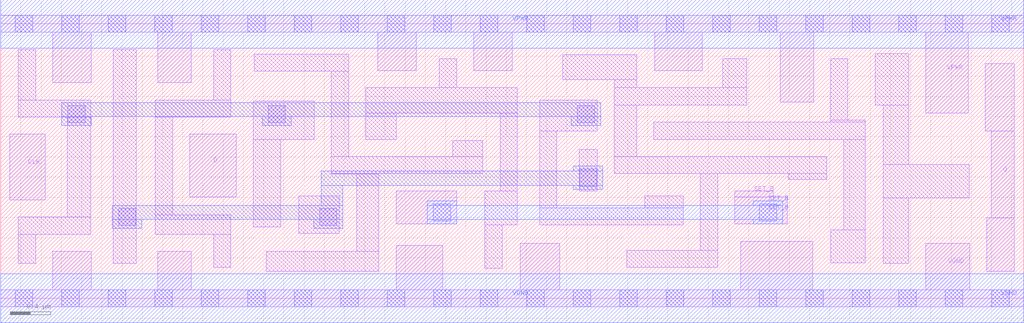
<source format=lef>
# Copyright 2020 The SkyWater PDK Authors
#
# Licensed under the Apache License, Version 2.0 (the "License");
# you may not use this file except in compliance with the License.
# You may obtain a copy of the License at
#
#     https://www.apache.org/licenses/LICENSE-2.0
#
# Unless required by applicable law or agreed to in writing, software
# distributed under the License is distributed on an "AS IS" BASIS,
# WITHOUT WARRANTIES OR CONDITIONS OF ANY KIND, either express or implied.
# See the License for the specific language governing permissions and
# limitations under the License.
#
# SPDX-License-Identifier: Apache-2.0

VERSION 5.7 ;
  NAMESCASESENSITIVE ON ;
  NOWIREEXTENSIONATPIN ON ;
  DIVIDERCHAR "/" ;
  BUSBITCHARS "[]" ;
UNITS
  DATABASE MICRONS 200 ;
END UNITS
PROPERTYDEFINITIONS
  MACRO maskLayoutSubType STRING ;
  MACRO prCellType STRING ;
  MACRO originalViewName STRING ;
END PROPERTYDEFINITIONS
MACRO sky130_fd_sc_hdll__dfstp_1
  CLASS CORE ;
  FOREIGN sky130_fd_sc_hdll__dfstp_1 ;
  ORIGIN  0.000000  0.000000 ;
  SIZE  10.12000 BY  2.720000 ;
  SYMMETRY X Y R90 ;
  SITE unithd ;
  PIN CLK
    ANTENNAGATEAREA  0.178200 ;
    DIRECTION INPUT ;
    USE SIGNAL ;
    PORT
      LAYER li1 ;
        RECT 0.090000 0.975000 0.440000 1.625000 ;
    END
  END CLK
  PIN D
    ANTENNAGATEAREA  0.247200 ;
    DIRECTION INPUT ;
    USE SIGNAL ;
    PORT
      LAYER li1 ;
        RECT 1.870000 1.005000 2.330000 1.625000 ;
    END
  END D
  PIN Q
    ANTENNADIFFAREA  0.518250 ;
    DIRECTION OUTPUT ;
    USE SIGNAL ;
    PORT
      LAYER li1 ;
        RECT 9.740000 1.655000 10.025000 2.325000 ;
        RECT 9.755000 0.265000 10.025000 0.795000 ;
        RECT 9.800000 0.795000 10.025000 1.655000 ;
    END
  END Q
  PIN SET_B
    ANTENNAGATEAREA  0.277200 ;
    DIRECTION INPUT ;
    USE SIGNAL ;
    PORT
      LAYER li1 ;
        RECT 3.910000 0.735000 4.510000 1.065000 ;
        RECT 7.260000 0.735000 7.780000 1.005000 ;
        RECT 7.260000 1.005000 7.640000 1.065000 ;
      LAYER mcon ;
        RECT 4.280000 0.765000 4.450000 0.935000 ;
        RECT 7.505000 0.765000 7.675000 0.935000 ;
      LAYER met1 ;
        RECT 4.220000 0.735000 4.510000 0.780000 ;
        RECT 4.220000 0.780000 7.735000 0.920000 ;
        RECT 4.220000 0.920000 4.510000 0.965000 ;
        RECT 7.445000 0.735000 7.735000 0.780000 ;
        RECT 7.445000 0.920000 7.735000 0.965000 ;
    END
  END SET_B
  PIN VGND
    DIRECTION INOUT ;
    USE GROUND ;
    PORT
      LAYER li1 ;
        RECT 0.000000 -0.085000 10.120000 0.085000 ;
        RECT 0.515000  0.085000  0.895000 0.465000 ;
        RECT 1.555000  0.085000  1.885000 0.465000 ;
        RECT 3.910000  0.085000  4.370000 0.525000 ;
        RECT 5.140000  0.085000  5.530000 0.545000 ;
        RECT 7.320000  0.085000  8.030000 0.565000 ;
        RECT 9.150000  0.085000  9.585000 0.545000 ;
      LAYER mcon ;
        RECT 0.145000 -0.085000 0.315000 0.085000 ;
        RECT 0.605000 -0.085000 0.775000 0.085000 ;
        RECT 1.065000 -0.085000 1.235000 0.085000 ;
        RECT 1.525000 -0.085000 1.695000 0.085000 ;
        RECT 1.985000 -0.085000 2.155000 0.085000 ;
        RECT 2.445000 -0.085000 2.615000 0.085000 ;
        RECT 2.905000 -0.085000 3.075000 0.085000 ;
        RECT 3.365000 -0.085000 3.535000 0.085000 ;
        RECT 3.825000 -0.085000 3.995000 0.085000 ;
        RECT 4.285000 -0.085000 4.455000 0.085000 ;
        RECT 4.745000 -0.085000 4.915000 0.085000 ;
        RECT 5.205000 -0.085000 5.375000 0.085000 ;
        RECT 5.665000 -0.085000 5.835000 0.085000 ;
        RECT 6.125000 -0.085000 6.295000 0.085000 ;
        RECT 6.585000 -0.085000 6.755000 0.085000 ;
        RECT 7.045000 -0.085000 7.215000 0.085000 ;
        RECT 7.505000 -0.085000 7.675000 0.085000 ;
        RECT 7.965000 -0.085000 8.135000 0.085000 ;
        RECT 8.425000 -0.085000 8.595000 0.085000 ;
        RECT 8.885000 -0.085000 9.055000 0.085000 ;
        RECT 9.345000 -0.085000 9.515000 0.085000 ;
        RECT 9.805000 -0.085000 9.975000 0.085000 ;
      LAYER met1 ;
        RECT 0.000000 -0.240000 10.120000 0.240000 ;
    END
  END VGND
  PIN VPWR
    DIRECTION INOUT ;
    USE POWER ;
    PORT
      LAYER li1 ;
        RECT 0.000000 2.635000 10.120000 2.805000 ;
        RECT 0.515000 2.135000  0.895000 2.635000 ;
        RECT 1.555000 2.135000  1.885000 2.635000 ;
        RECT 3.730000 2.255000  4.110000 2.635000 ;
        RECT 4.680000 2.255000  5.060000 2.635000 ;
        RECT 6.470000 2.255000  6.940000 2.635000 ;
        RECT 7.710000 1.945000  8.040000 2.635000 ;
        RECT 9.150000 1.835000  9.570000 2.635000 ;
      LAYER mcon ;
        RECT 0.145000 2.635000 0.315000 2.805000 ;
        RECT 0.605000 2.635000 0.775000 2.805000 ;
        RECT 1.065000 2.635000 1.235000 2.805000 ;
        RECT 1.525000 2.635000 1.695000 2.805000 ;
        RECT 1.985000 2.635000 2.155000 2.805000 ;
        RECT 2.445000 2.635000 2.615000 2.805000 ;
        RECT 2.905000 2.635000 3.075000 2.805000 ;
        RECT 3.365000 2.635000 3.535000 2.805000 ;
        RECT 3.825000 2.635000 3.995000 2.805000 ;
        RECT 4.285000 2.635000 4.455000 2.805000 ;
        RECT 4.745000 2.635000 4.915000 2.805000 ;
        RECT 5.205000 2.635000 5.375000 2.805000 ;
        RECT 5.665000 2.635000 5.835000 2.805000 ;
        RECT 6.125000 2.635000 6.295000 2.805000 ;
        RECT 6.585000 2.635000 6.755000 2.805000 ;
        RECT 7.045000 2.635000 7.215000 2.805000 ;
        RECT 7.505000 2.635000 7.675000 2.805000 ;
        RECT 7.965000 2.635000 8.135000 2.805000 ;
        RECT 8.425000 2.635000 8.595000 2.805000 ;
        RECT 8.885000 2.635000 9.055000 2.805000 ;
        RECT 9.345000 2.635000 9.515000 2.805000 ;
        RECT 9.805000 2.635000 9.975000 2.805000 ;
      LAYER met1 ;
        RECT 0.000000 2.480000 10.120000 2.960000 ;
    END
  END VPWR
  OBS
    LAYER li1 ;
      RECT 0.175000 0.345000 0.345000 0.635000 ;
      RECT 0.175000 0.635000 0.890000 0.805000 ;
      RECT 0.175000 1.795000 0.890000 1.965000 ;
      RECT 0.175000 1.965000 0.345000 2.465000 ;
      RECT 0.660000 0.805000 0.890000 1.795000 ;
      RECT 1.115000 0.345000 1.340000 2.465000 ;
      RECT 1.530000 0.635000 2.275000 0.825000 ;
      RECT 1.530000 0.825000 1.700000 1.795000 ;
      RECT 1.530000 1.795000 2.275000 1.965000 ;
      RECT 2.105000 0.305000 2.275000 0.635000 ;
      RECT 2.105000 1.965000 2.275000 2.465000 ;
      RECT 2.500000 0.705000 2.770000 1.575000 ;
      RECT 2.500000 1.575000 3.100000 1.955000 ;
      RECT 2.510000 2.250000 3.440000 2.420000 ;
      RECT 2.625000 0.265000 3.740000 0.465000 ;
      RECT 2.950000 0.645000 3.350000 1.015000 ;
      RECT 3.270000 1.230000 3.740000 1.235000 ;
      RECT 3.270000 1.235000 4.770000 1.405000 ;
      RECT 3.270000 1.405000 3.440000 2.250000 ;
      RECT 3.520000 0.465000 3.740000 1.230000 ;
      RECT 3.610000 1.575000 3.910000 1.835000 ;
      RECT 3.610000 1.835000 5.110000 2.085000 ;
      RECT 4.340000 2.085000 4.510000 2.375000 ;
      RECT 4.470000 1.405000 4.770000 1.565000 ;
      RECT 4.790000 0.295000 4.960000 0.725000 ;
      RECT 4.790000 0.725000 5.110000 1.065000 ;
      RECT 4.940000 1.065000 5.110000 1.835000 ;
      RECT 5.330000 0.725000 6.750000 0.895000 ;
      RECT 5.330000 0.895000 5.500000 1.655000 ;
      RECT 5.330000 1.655000 5.900000 1.965000 ;
      RECT 5.560000 2.165000 6.290000 2.415000 ;
      RECT 5.720000 1.065000 5.900000 1.475000 ;
      RECT 6.070000 1.235000 8.170000 1.405000 ;
      RECT 6.070000 1.405000 6.290000 1.915000 ;
      RECT 6.070000 1.915000 7.380000 2.085000 ;
      RECT 6.070000 2.085000 6.290000 2.165000 ;
      RECT 6.190000 0.305000 7.090000 0.475000 ;
      RECT 6.370000 0.895000 6.750000 1.015000 ;
      RECT 6.460000 1.575000 8.550000 1.745000 ;
      RECT 6.920000 0.475000 7.090000 1.235000 ;
      RECT 7.140000 2.085000 7.380000 2.375000 ;
      RECT 7.790000 1.175000 8.170000 1.235000 ;
      RECT 8.210000 0.350000 8.550000 0.680000 ;
      RECT 8.210000 1.745000 8.550000 1.765000 ;
      RECT 8.210000 1.765000 8.380000 2.375000 ;
      RECT 8.340000 0.680000 8.550000 1.575000 ;
      RECT 8.650000 1.915000 8.980000 2.425000 ;
      RECT 8.730000 0.345000 8.980000 0.995000 ;
      RECT 8.730000 0.995000 9.580000 1.325000 ;
      RECT 8.730000 1.325000 8.980000 1.915000 ;
    LAYER mcon ;
      RECT 0.665000 1.740000 0.835000 1.910000 ;
      RECT 1.165000 0.720000 1.335000 0.890000 ;
      RECT 2.645000 1.740000 2.815000 1.910000 ;
      RECT 3.155000 0.720000 3.325000 0.890000 ;
      RECT 5.705000 1.740000 5.875000 1.910000 ;
      RECT 5.725000 1.110000 5.895000 1.280000 ;
    LAYER met1 ;
      RECT 0.605000 1.710000 0.895000 1.800000 ;
      RECT 0.605000 1.800000 5.935000 1.940000 ;
      RECT 1.105000 0.690000 1.395000 0.780000 ;
      RECT 1.105000 0.780000 3.385000 0.920000 ;
      RECT 2.585000 1.710000 2.875000 1.800000 ;
      RECT 3.095000 0.690000 3.385000 0.780000 ;
      RECT 3.170000 0.920000 3.385000 1.120000 ;
      RECT 3.170000 1.120000 5.955000 1.260000 ;
      RECT 5.645000 1.710000 5.935000 1.800000 ;
      RECT 5.665000 1.080000 5.955000 1.120000 ;
      RECT 5.665000 1.260000 5.955000 1.310000 ;
  END
  PROPERTY maskLayoutSubType "abstract" ;
  PROPERTY prCellType "standard" ;
  PROPERTY originalViewName "layout" ;
END sky130_fd_sc_hdll__dfstp_1

</source>
